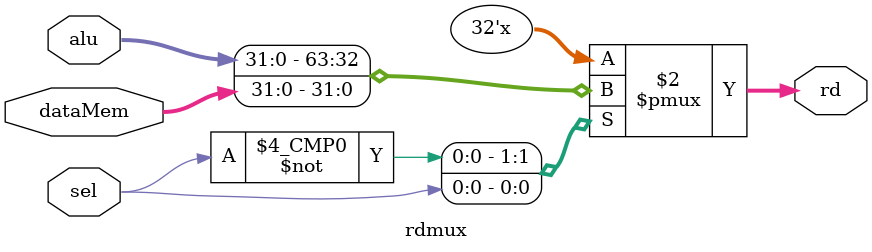
<source format=v>
module rdmux(           //reduced this to only datamem and alu
    input wire sel,
    input wire[31:0] dataMem,
    input wire[31:0] alu,
//    input wire[31:0] pc,
//    input wire[31:0] imm,
    output reg[31:0] rd 
);

always @(*) begin
    case(sel)
    0: rd = alu;        //R,IA
    1: rd = dataMem;    //IL
//    2'b10: rd = pc + 4;
//    2'b11: rd = imm;    	//LUI
    endcase

end


endmodule
</source>
